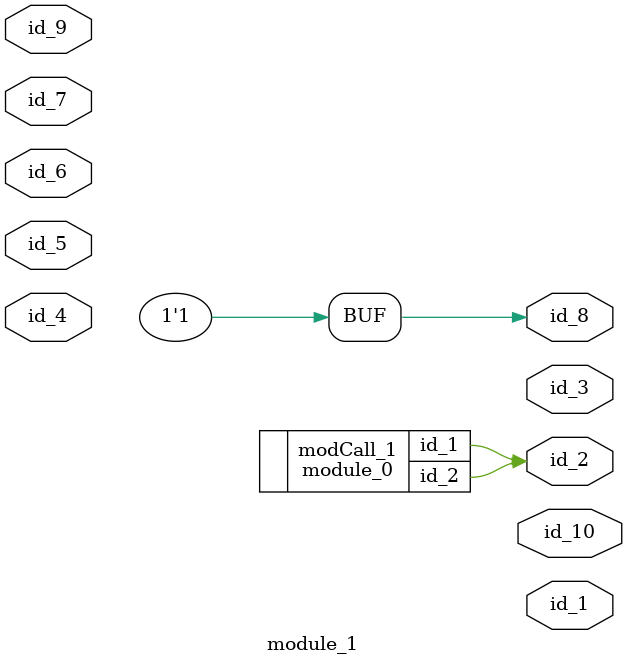
<source format=v>
module module_0 (
    id_1,
    id_2
);
  output wire id_2;
  output wire id_1;
  assign id_1 = {1'b0, -1, 1};
endmodule
module module_1 (
    id_1,
    id_2,
    id_3,
    id_4,
    id_5,
    id_6,
    id_7,
    id_8,
    id_9,
    id_10
);
  output wire id_10;
  inout wire id_9;
  output wire id_8;
  inout wire id_7;
  input wire id_6;
  input wire id_5;
  input wire id_4;
  output wire id_3;
  output wire id_2;
  output wire id_1;
  assign id_8 = -1;
  module_0 modCall_1 (
      id_2,
      id_2
  );
endmodule

</source>
